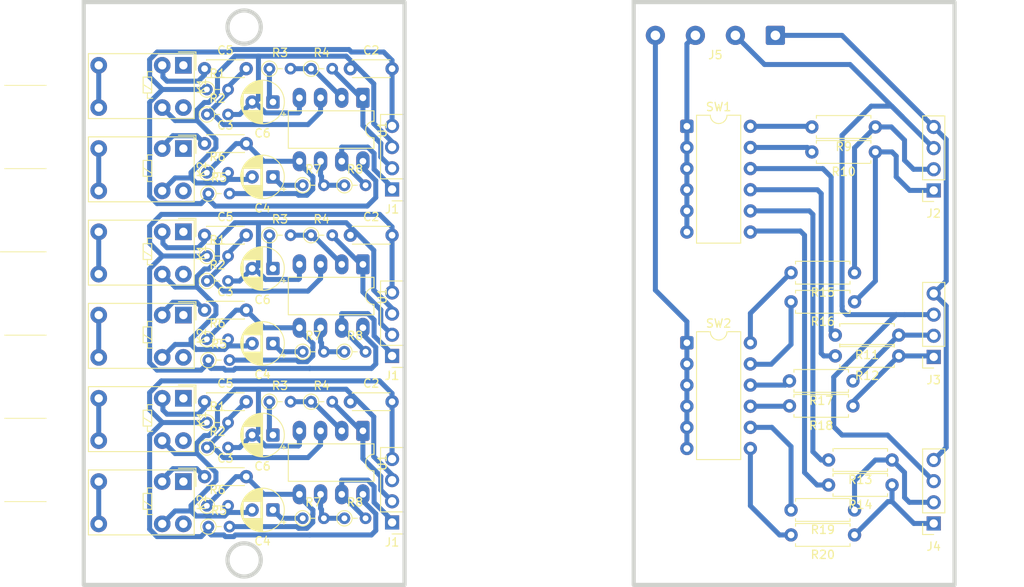
<source format=kicad_pcb>
(kicad_pcb
	(version 20241229)
	(generator "pcbnew")
	(generator_version "9.0")
	(general
		(thickness 1.6)
		(legacy_teardrops no)
	)
	(paper "A4")
	(layers
		(0 "F.Cu" signal)
		(2 "B.Cu" signal)
		(9 "F.Adhes" user "F.Adhesive")
		(11 "B.Adhes" user "B.Adhesive")
		(13 "F.Paste" user)
		(15 "B.Paste" user)
		(5 "F.SilkS" user "F.Silkscreen")
		(7 "B.SilkS" user "B.Silkscreen")
		(1 "F.Mask" user)
		(3 "B.Mask" user)
		(17 "Dwgs.User" user "User.Drawings")
		(19 "Cmts.User" user "User.Comments")
		(21 "Eco1.User" user "User.Eco1")
		(23 "Eco2.User" user "User.Eco2")
		(25 "Edge.Cuts" user)
		(27 "Margin" user)
		(31 "F.CrtYd" user "F.Courtyard")
		(29 "B.CrtYd" user "B.Courtyard")
		(35 "F.Fab" user)
		(33 "B.Fab" user)
		(39 "User.1" user)
		(41 "User.2" user)
		(43 "User.3" user)
		(45 "User.4" user)
	)
	(setup
		(pad_to_mask_clearance 0)
		(allow_soldermask_bridges_in_footprints no)
		(tenting front back)
		(pcbplotparams
			(layerselection 0x00000000_00000000_55555555_55555554)
			(plot_on_all_layers_selection 0x00000000_00000000_00000000_02000000)
			(disableapertmacros no)
			(usegerberextensions no)
			(usegerberattributes yes)
			(usegerberadvancedattributes yes)
			(creategerberjobfile yes)
			(dashed_line_dash_ratio 12.000000)
			(dashed_line_gap_ratio 3.000000)
			(svgprecision 4)
			(plotframeref no)
			(mode 1)
			(useauxorigin no)
			(hpglpennumber 1)
			(hpglpenspeed 20)
			(hpglpendiameter 15.000000)
			(pdf_front_fp_property_popups yes)
			(pdf_back_fp_property_popups yes)
			(pdf_metadata yes)
			(pdf_single_document no)
			(dxfpolygonmode yes)
			(dxfimperialunits yes)
			(dxfusepcbnewfont yes)
			(psnegative yes)
			(psa4output no)
			(plot_black_and_white yes)
			(sketchpadsonfab no)
			(plotpadnumbers no)
			(hidednponfab no)
			(sketchdnponfab yes)
			(crossoutdnponfab yes)
			(subtractmaskfromsilk no)
			(outputformat 5)
			(mirror no)
			(drillshape 1)
			(scaleselection 1)
			(outputdirectory "")
		)
	)
	(net 0 "")
	(net 1 "Net-(K1-Pad5)")
	(net 2 "unconnected-(K1-Pad10)")
	(net 3 "GND")
	(net 4 "Net-(C5-Pad1)")
	(net 5 "unconnected-(K1-Pad1)")
	(net 6 "unconnected-(K2-Pad10)")
	(net 7 "Net-(K2-Pad5)")
	(net 8 "unconnected-(K2-Pad1)")
	(net 9 "Net-(C3-Pad1)")
	(net 10 "Net-(C6-Pad1)")
	(net 11 "Net-(J1-Pin_1)")
	(net 12 "Net-(J1-Pin_2)")
	(net 13 "+5V")
	(net 14 "Net-(U1B-+)")
	(net 15 "Net-(C4-Pad1)")
	(net 16 "Net-(U1B--)")
	(net 17 "Net-(U1A--)")
	(net 18 "Net-(U1A-+)")
	(net 19 "Net-(J2-Pin_2)")
	(net 20 "Net-(J2-Pin_1)")
	(net 21 "Net-(J3-Pin_2)")
	(net 22 "Net-(J3-Pin_1)")
	(net 23 "Net-(J4-Pin_2)")
	(net 24 "Net-(J4-Pin_1)")
	(net 25 "Net-(J5-Pin_4)")
	(net 26 "Net-(J5-Pin_3)")
	(net 27 "Net-(R9-Pad2)")
	(net 28 "Net-(R10-Pad2)")
	(net 29 "Net-(R11-Pad2)")
	(net 30 "Net-(R12-Pad2)")
	(net 31 "Net-(R13-Pad2)")
	(net 32 "Net-(R14-Pad2)")
	(net 33 "Net-(R15-Pad2)")
	(net 34 "Net-(R16-Pad2)")
	(net 35 "Net-(R17-Pad2)")
	(net 36 "Net-(R18-Pad2)")
	(net 37 "Net-(R19-Pad2)")
	(net 38 "Net-(R20-Pad2)")
	(footprint "Resistor_THT:R_Axial_DIN0204_L3.6mm_D1.6mm_P2.54mm_Vertical" (layer "F.Cu") (at 71.78 78))
	(footprint "Capacitor_THT:CP_Radial_D5.0mm_P2.50mm" (layer "F.Cu") (at 72.2051 82 180))
	(footprint "Resistor_THT:R_Axial_DIN0204_L3.6mm_D1.6mm_P2.54mm_Vertical" (layer "F.Cu") (at 64.46 73))
	(footprint "Resistor_THT:R_Axial_DIN0204_L3.6mm_D1.6mm_P2.54mm_Vertical" (layer "F.Cu") (at 76.78 58))
	(footprint "Package_DIP:DIP-12_W7.62mm" (layer "F.Cu") (at 121.88 64.92))
	(footprint "Resistor_THT:R_Axial_DIN0204_L3.6mm_D1.6mm_P2.54mm_Vertical" (layer "F.Cu") (at 64.46 93))
	(footprint "Resistor_THT:R_Axial_DIN0204_L3.6mm_D1.6mm_P2.54mm_Vertical" (layer "F.Cu") (at 64.28 70.5))
	(footprint "Capacitor_THT:C_Disc_D4.3mm_W1.9mm_P5.00mm" (layer "F.Cu") (at 81.5 98))
	(footprint "Relay_THT:Relay_SPDT_Omron_G5V-1" (layer "F.Cu") (at 61.4575 97.5925 -90))
	(footprint "Package_DIP:DIP-8_W7.62mm_LongPads" (layer "F.Cu") (at 83 101.5 -90))
	(footprint "Resistor_THT:R_Axial_DIN0204_L3.6mm_D1.6mm_P2.54mm_Vertical" (layer "F.Cu") (at 80.78 112))
	(footprint "Capacitor_THT:C_Disc_D4.3mm_W1.9mm_P5.00mm" (layer "F.Cu") (at 64 67))
	(footprint "Resistor_THT:R_Axial_DIN0207_L6.3mm_D2.5mm_P7.62mm_Horizontal" (layer "F.Cu") (at 147.31 92.5 180))
	(footprint "Resistor_THT:R_Axial_DIN0204_L3.6mm_D1.6mm_P2.54mm_Vertical" (layer "F.Cu") (at 64.28 90.5))
	(footprint "Connector_PinHeader_2.54mm:PinHeader_1x04_P2.54mm_Vertical" (layer "F.Cu") (at 86.5 112.5 180))
	(footprint "Resistor_THT:R_Axial_DIN0204_L3.6mm_D1.6mm_P2.54mm_Vertical" (layer "F.Cu") (at 80.78 92))
	(footprint "Relay_THT:Relay_SPDT_Omron_G5V-1" (layer "F.Cu") (at 61.4575 77.5925 -90))
	(footprint "Connector_Wire:SolderWire-0.5sqmm_1x04_P4.8mm_D0.9mm_OD2.3mm" (layer "F.Cu") (at 132.5 54 180))
	(footprint "Resistor_THT:R_Axial_DIN0207_L6.3mm_D2.5mm_P7.62mm_Horizontal" (layer "F.Cu") (at 147.31 90 180))
	(footprint "Resistor_THT:R_Axial_DIN0204_L3.6mm_D1.6mm_P2.54mm_Vertical" (layer "F.Cu") (at 75.78 92))
	(footprint "Capacitor_THT:CP_Radial_D5.0mm_P2.50mm" (layer "F.Cu") (at 72.2051 102 180))
	(footprint "Resistor_THT:R_Axial_DIN0204_L3.6mm_D1.6mm_P2.54mm_Vertical" (layer "F.Cu") (at 64.28 100.5))
	(footprint "Connector_PinHeader_2.54mm:PinHeader_1x04_P2.54mm_Vertical" (layer "F.Cu") (at 86.5 92.5 180))
	(footprint "Resistor_THT:R_Axial_DIN0204_L3.6mm_D1.6mm_P2.54mm_Vertical" (layer "F.Cu") (at 64.28 83.5))
	(footprint "Resistor_THT:R_Axial_DIN0204_L3.6mm_D1.6mm_P2.54mm_Vertical" (layer "F.Cu") (at 75.78 72))
	(footprint "Capacitor_THT:C_Disc_D4.3mm_W1.9mm_P5.00mm" (layer "F.Cu") (at 81.5 78))
	(footprint "Capacitor_THT:CP_Radial_D5.0mm_P2.50mm" (layer "F.Cu") (at 72.205113 111 180))
	(footprint "Capacitor_THT:C_Disc_D4.3mm_W1.9mm_P5.00mm" (layer "F.Cu") (at 64 58))
	(footprint "Connector_PinHeader_2.54mm:PinHeader_1x04_P2.54mm_Vertical" (layer "F.Cu") (at 86.5 72.5 180))
	(footprint "Capacitor_THT:C_Disc_D4.3mm_W1.9mm_P5.00mm" (layer "F.Cu") (at 64 87))
	(footprint "Relay_THT:Relay_SPDT_Omron_G5V-1" (layer "F.Cu") (at 61.4575 107.5925 -90))
	(footprint "Resistor_THT:R_Axial_DIN0204_L3.6mm_D1.6mm_P2.54mm_Vertical" (layer "F.Cu") (at 71.78 98))
	(footprint "Resistor_THT:R_Axial_DIN0207_L6.3mm_D2.5mm_P7.62mm_Horizontal"
		(layer "F.Cu")
		(uuid "79016f28-2113-4824-b8f8-411db6128a3d")
		(at 141.81 95.5 180)
		(descr "Resistor, Axial_DIN0207 series, Axial, Horizontal, pin pitch=7.62mm, 0.25W = 1/4W, length*diameter=6.3*2.5mm^2, http://cdn-reichelt.de/documents/datenblatt/B400/1_4W%23YAG.pdf")
		(tags "Resistor Axial_DIN0207 series Axial Horizontal pin pitch 7.62mm 0.25W = 1/4W length 6.3mm diameter 2.5mm")
		(property "Reference" "R17"
			(at 3.81 -2.37 0)
			(layer "F.SilkS")
			(uuid "1340edc2-01f6-4c9c-84d3-09009f68d21b")
			(effects
				(font
					(size 1 1)
					(thickness 0.15)
				)
			)
		)
		(property "Value" "R"
			(at 3.81 2.37 0)
			(layer "F.Fab")
			(uuid "e72e242d-e53e-4398-b072-9ca68fa23573")
			(effects
				(font
					(size 1 1)
					(thickness 0.15)
				)
			)
		)
		(property "Datasheet" "~"
			(at 0 0 0)
			(layer "F.Fab")
			(hide yes)
			(uuid "f6f3ce83-d0bb-4592-8b4f-f4400da0c82c")
			(effects
				(font
					(size 1.27 1.27)
					(thickness 0.15)
				)
			)
		)
		(property "Description" "Resistor"
			(at 0 0 0)
			(layer "F.Fab")
			(hide yes)
			(uuid "6822c398-e9f9-4109-ac88-a7b0db82b55d")
			(effects
				(font
					(size 1.27 1.27)
					(thickness 0.15)
				)
			)
		)
		(property ki_fp_filters "R_*")
		(path "/a53fad8b-3572-4adf-a362-f0affd4b27c3")
		(sheetname "/")
		(sheetfile "hexotracker.kicad_sch")
		(attr through_hole)
		(fp_line
			(start 7.08 1.37)
			(end 7.08 1.04)
			(stroke
				(width 0.12)
				(type solid)
			)
			(layer "F.SilkS")
			(uuid "30378e46-b805-4f35-9111-4d3d867550be")
		)
		(fp_line
			(start 7.08 -1.37)
			(end 7.08 -1.04)
			(stroke
				(width 0.12)
				(type solid)
			)
			(layer "F.SilkS")
			(uuid "eeeb5647-0274-49e3-85d4-7ce92fd36bac")
		)
		(fp_line
			(start 0.54 1.37)
			(end 7.08 1.37)
			(stroke
				(width 0.12)
				(type solid)
			)
			(layer "F.SilkS")
			(uuid "67412753-c7bf-45d4-810d-0069062678d0")
		)
		(fp_line
			(start 0.54 1.04)
			(end 0.54 1.37)
			(stroke
				(width 0.12)
				(type solid)
			)
			(layer "F.SilkS")
			(uuid "e9c0bb9a-916c-409a-be42-7b3f938e2217")
		)
		(fp_line
			(start 0.54 -1.04)
			(end 0.54 -1.37)
			(stroke
				(width 0.12)
				(type solid)
			)
			(layer "F.SilkS")
			(uuid "770243f1-be01-4d21-b469-9d709afce756")
		)
		(fp_line
			(start 0.54 -1.37)
			(end 7.08 -1.37)
			(stroke
				(width 0.12)
				(type solid)
			)
			(layer "F.SilkS")
			(uuid "d1dbc322-dd3c-4735-9d59-0a96064e26e6")
		)
		(fp_rect
			(start -1.05 -1.5)
			(end 8.67 1.5)
			(stroke
				(width 0.05)
				(type solid)
			)
			(fill no)
			(layer "F.CrtYd")
			(uuid "4e759c06-422f-4707-9b3a-b01fe04f943d")
		)
		(fp_line
			(start 7.62 0)
			(end 6.96 0)
			(stroke
				(width 0.1)
				(type solid)
			)
			(layer "F.Fab")
			(uuid "16b4e4b5-491c-40db-b69f-d0c8aa10bfcb")
		)
		(fp_line
			(start 0 0)
			(end 0.66 0)
			(stroke
				(width 0.1)
				(type solid)
			)
... [289346 chars truncated]
</source>
